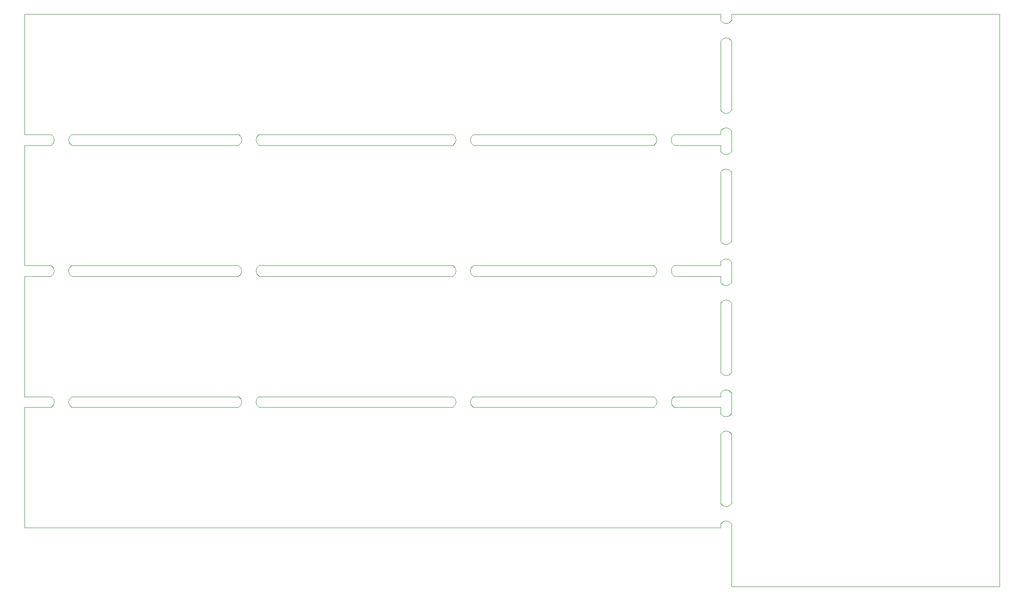
<source format=gbr>
%TF.GenerationSoftware,KiCad,Pcbnew,(5.1.10)-1*%
%TF.CreationDate,2021-11-13T17:44:38+00:00*%
%TF.ProjectId,voltmitten,766f6c74-6d69-4747-9465-6e2e6b696361,01*%
%TF.SameCoordinates,Original*%
%TF.FileFunction,Profile,NP*%
%FSLAX46Y46*%
G04 Gerber Fmt 4.6, Leading zero omitted, Abs format (unit mm)*
G04 Created by KiCad (PCBNEW (5.1.10)-1) date 2021-11-13 17:44:38*
%MOMM*%
%LPD*%
G01*
G04 APERTURE LIST*
%TA.AperFunction,Profile*%
%ADD10C,0.050000*%
%TD*%
G04 APERTURE END LIST*
D10*
X189870000Y-134720000D02*
X189870000Y-146420000D01*
X189870000Y-114120000D02*
X189870000Y-110220000D01*
X57870000Y-112920000D02*
X57870000Y-135420000D01*
X187870000Y-130920000D02*
X187870000Y-117920000D01*
X137870000Y-112920000D02*
X101670000Y-112920000D01*
X57870000Y-112920000D02*
X62870000Y-112920000D01*
X187870000Y-114120000D02*
X187870000Y-112920000D01*
X189870000Y-117920000D02*
X189870000Y-130920000D01*
X187870000Y-135420000D02*
X187870000Y-134720000D01*
X97870000Y-112920000D02*
X66670000Y-112920000D01*
X179170000Y-112920000D02*
X187870000Y-112920000D01*
X57870000Y-135420000D02*
X187870000Y-135420000D01*
X175370000Y-112920000D02*
X141670000Y-112920000D01*
X57870000Y-88420000D02*
X62870000Y-88420000D01*
X175370000Y-88420000D02*
X141670000Y-88420000D01*
X179170000Y-88420000D02*
X187870000Y-88420000D01*
X187870000Y-89620000D02*
X187870000Y-88420000D01*
X175370000Y-110920000D02*
X141670000Y-110920000D01*
X97870000Y-110920000D02*
X66670000Y-110920000D01*
X57870000Y-110920000D02*
X62870000Y-110920000D01*
X97870000Y-88420000D02*
X66670000Y-88420000D01*
X179170000Y-110920000D02*
X187870000Y-110920000D01*
X189870000Y-89620000D02*
X189870000Y-85720000D01*
X189870000Y-93420000D02*
X189870000Y-106420000D01*
X187870000Y-106420000D02*
X187870000Y-93420000D01*
X187870000Y-110920000D02*
X187870000Y-110220000D01*
X137870000Y-110920000D02*
X101670000Y-110920000D01*
X57870000Y-88420000D02*
X57870000Y-110920000D01*
X137870000Y-88420000D02*
X101670000Y-88420000D01*
X189870000Y-65120000D02*
X189870000Y-61220000D01*
X189870000Y-68920000D02*
X189870000Y-81920000D01*
X187870000Y-81920000D02*
X187870000Y-68920000D01*
X187870000Y-86420000D02*
X187870000Y-85720000D01*
X179170000Y-86420000D02*
X187870000Y-86420000D01*
X175370000Y-86420000D02*
X141670000Y-86420000D01*
X137870000Y-86420000D02*
X101670000Y-86420000D01*
X57870000Y-86420000D02*
X62870000Y-86420000D01*
X97870000Y-86420000D02*
X66670000Y-86420000D01*
X57870000Y-63920000D02*
X57870000Y-86420000D01*
X187870000Y-65120000D02*
X187870000Y-63920000D01*
X179170000Y-63920000D02*
X187870000Y-63920000D01*
X175370000Y-63920000D02*
X141670000Y-63920000D01*
X137870000Y-63920000D02*
X101670000Y-63920000D01*
X97870000Y-63920000D02*
X66670000Y-63920000D01*
X57870000Y-63920000D02*
X62870000Y-63920000D01*
X97870000Y-61920000D02*
X66670000Y-61920000D01*
X137870000Y-61920000D02*
X101670000Y-61920000D01*
X175370000Y-61920000D02*
X141670000Y-61920000D01*
X57870000Y-61920000D02*
X62870000Y-61920000D01*
X179170000Y-61920000D02*
X187870000Y-61920000D01*
X187870000Y-40620000D02*
X187870000Y-39420000D01*
X189870000Y-44420000D02*
X189870000Y-57420000D01*
X187870000Y-57420000D02*
X187870000Y-44420000D01*
X187870000Y-61920000D02*
X187870000Y-61220000D01*
X189870000Y-146420000D02*
X239870000Y-146420000D01*
X189870000Y-39419500D02*
X239870000Y-39419500D01*
X57870000Y-39420000D02*
X187870000Y-39420000D01*
X189870000Y-39419500D02*
X189870000Y-40620000D01*
X239870000Y-39419500D02*
X239870000Y-146420000D01*
X57870000Y-39420000D02*
X57870000Y-61920000D01*
%TO.C,REF\u002A\u002A*%
X179170000Y-112920000D02*
G75*
G02*
X179170000Y-110920000I600000J1000000D01*
G01*
X175370000Y-112920000D02*
G75*
G03*
X175370000Y-110920000I-600000J1000000D01*
G01*
X101670000Y-112920000D02*
G75*
G02*
X101670000Y-110920000I600000J1000000D01*
G01*
X97870000Y-112920000D02*
G75*
G03*
X97870000Y-110920000I-600000J1000000D01*
G01*
X141670000Y-112920000D02*
G75*
G02*
X141670000Y-110920000I600000J1000000D01*
G01*
X137870000Y-112920000D02*
G75*
G03*
X137870000Y-110920000I-600000J1000000D01*
G01*
X66670000Y-112920000D02*
G75*
G02*
X66670000Y-110920000I600000J1000000D01*
G01*
X62870000Y-112920000D02*
G75*
G03*
X62870000Y-110920000I-600000J1000000D01*
G01*
X189870000Y-114120000D02*
G75*
G02*
X187870000Y-114120000I-1000000J600000D01*
G01*
X189870000Y-117920000D02*
G75*
G03*
X187870000Y-117920000I-1000000J-600000D01*
G01*
X187870000Y-134720000D02*
G75*
G02*
X189870000Y-134720000I1000000J-600000D01*
G01*
X187870000Y-130920000D02*
G75*
G03*
X189870000Y-130920000I1000000J600000D01*
G01*
X187870000Y-106420000D02*
G75*
G03*
X189870000Y-106420000I1000000J600000D01*
G01*
X187870000Y-110220000D02*
G75*
G02*
X189870000Y-110220000I1000000J-600000D01*
G01*
X189870000Y-93420000D02*
G75*
G03*
X187870000Y-93420000I-1000000J-600000D01*
G01*
X189870000Y-89620000D02*
G75*
G02*
X187870000Y-89620000I-1000000J600000D01*
G01*
X179170000Y-88420000D02*
G75*
G02*
X179170000Y-86420000I600000J1000000D01*
G01*
X175370000Y-88420000D02*
G75*
G03*
X175370000Y-86420000I-600000J1000000D01*
G01*
X141670000Y-88420000D02*
G75*
G02*
X141670000Y-86420000I600000J1000000D01*
G01*
X137870000Y-88420000D02*
G75*
G03*
X137870000Y-86420000I-600000J1000000D01*
G01*
X101670000Y-88420000D02*
G75*
G02*
X101670000Y-86420000I600000J1000000D01*
G01*
X97870000Y-88420000D02*
G75*
G03*
X97870000Y-86420000I-600000J1000000D01*
G01*
X66670000Y-88420000D02*
G75*
G02*
X66670000Y-86420000I600000J1000000D01*
G01*
X62870000Y-88420000D02*
G75*
G03*
X62870000Y-86420000I-600000J1000000D01*
G01*
X187870000Y-85720000D02*
G75*
G02*
X189870000Y-85720000I1000000J-600000D01*
G01*
X187870000Y-81920000D02*
G75*
G03*
X189870000Y-81920000I1000000J600000D01*
G01*
X189870000Y-65120000D02*
G75*
G02*
X187870000Y-65120000I-1000000J600000D01*
G01*
X189870000Y-68920000D02*
G75*
G03*
X187870000Y-68920000I-1000000J-600000D01*
G01*
X187870000Y-57420000D02*
G75*
G03*
X189870000Y-57420000I1000000J600000D01*
G01*
X187870000Y-61220000D02*
G75*
G02*
X189870000Y-61220000I1000000J-600000D01*
G01*
X189870000Y-44420000D02*
G75*
G03*
X187870000Y-44420000I-1000000J-600000D01*
G01*
X189870000Y-40620000D02*
G75*
G02*
X187870000Y-40620000I-1000000J600000D01*
G01*
X175370000Y-63920000D02*
G75*
G03*
X175370000Y-61920000I-600000J1000000D01*
G01*
X179170000Y-63920000D02*
G75*
G02*
X179170000Y-61920000I600000J1000000D01*
G01*
X137870000Y-63920000D02*
G75*
G03*
X137870000Y-61920000I-600000J1000000D01*
G01*
X141670000Y-63920000D02*
G75*
G02*
X141670000Y-61920000I600000J1000000D01*
G01*
X97870000Y-63920000D02*
G75*
G03*
X97870000Y-61920000I-600000J1000000D01*
G01*
X101670000Y-63920000D02*
G75*
G02*
X101670000Y-61920000I600000J1000000D01*
G01*
X62870000Y-63920000D02*
G75*
G03*
X62870000Y-61920000I-600000J1000000D01*
G01*
X66670000Y-63920000D02*
G75*
G02*
X66670000Y-61920000I600000J1000000D01*
G01*
%TD*%
M02*

</source>
